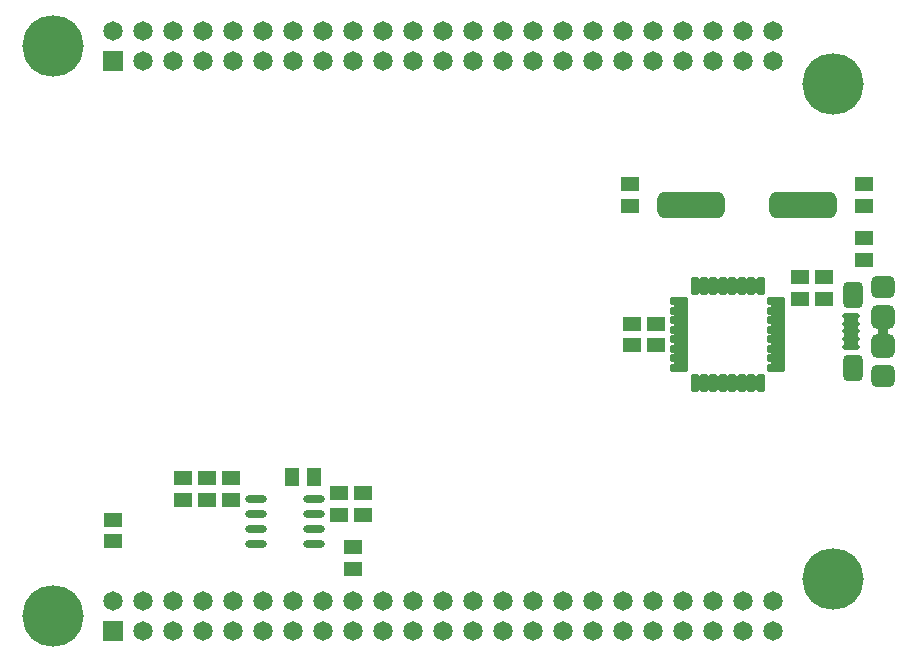
<source format=gts>
G04 Layer_Color=20142*
%FSLAX25Y25*%
%MOIN*%
G70*
G01*
G75*
%ADD33R,0.04500X0.11000*%
%ADD34R,0.23200X0.04900*%
%ADD35R,0.04900X0.23200*%
%ADD36R,0.03500X0.02000*%
%ADD37R,0.06209X0.05028*%
G04:AMPARAMS|DCode=38|XSize=20.75mil|YSize=58.15mil|CornerRadius=6.44mil|HoleSize=0mil|Usage=FLASHONLY|Rotation=90.000|XOffset=0mil|YOffset=0mil|HoleType=Round|Shape=RoundedRectangle|*
%AMROUNDEDRECTD38*
21,1,0.02075,0.04528,0,0,90.0*
21,1,0.00787,0.05815,0,0,90.0*
1,1,0.01287,0.02264,0.00394*
1,1,0.01287,0.02264,-0.00394*
1,1,0.01287,-0.02264,-0.00394*
1,1,0.01287,-0.02264,0.00394*
%
%ADD38ROUNDEDRECTD38*%
G04:AMPARAMS|DCode=39|XSize=79.8mil|YSize=79.8mil|CornerRadius=21.2mil|HoleSize=0mil|Usage=FLASHONLY|Rotation=270.000|XOffset=0mil|YOffset=0mil|HoleType=Round|Shape=RoundedRectangle|*
%AMROUNDEDRECTD39*
21,1,0.07980,0.03740,0,0,270.0*
21,1,0.03740,0.07980,0,0,270.0*
1,1,0.04240,-0.01870,-0.01870*
1,1,0.04240,-0.01870,0.01870*
1,1,0.04240,0.01870,0.01870*
1,1,0.04240,0.01870,-0.01870*
%
%ADD39ROUNDEDRECTD39*%
G04:AMPARAMS|DCode=40|XSize=75.87mil|YSize=79.8mil|CornerRadius=20.22mil|HoleSize=0mil|Usage=FLASHONLY|Rotation=270.000|XOffset=0mil|YOffset=0mil|HoleType=Round|Shape=RoundedRectangle|*
%AMROUNDEDRECTD40*
21,1,0.07587,0.03937,0,0,270.0*
21,1,0.03543,0.07980,0,0,270.0*
1,1,0.04043,-0.01969,-0.01772*
1,1,0.04043,-0.01969,0.01772*
1,1,0.04043,0.01969,0.01772*
1,1,0.04043,0.01969,-0.01772*
%
%ADD40ROUNDEDRECTD40*%
G04:AMPARAMS|DCode=41|XSize=87.68mil|YSize=67.99mil|CornerRadius=18.25mil|HoleSize=0mil|Usage=FLASHONLY|Rotation=90.000|XOffset=0mil|YOffset=0mil|HoleType=Round|Shape=RoundedRectangle|*
%AMROUNDEDRECTD41*
21,1,0.08768,0.03150,0,0,90.0*
21,1,0.05118,0.06799,0,0,90.0*
1,1,0.03650,0.01575,0.02559*
1,1,0.03650,0.01575,-0.02559*
1,1,0.03650,-0.01575,-0.02559*
1,1,0.03650,-0.01575,0.02559*
%
%ADD41ROUNDEDRECTD41*%
%ADD42O,0.07193X0.02862*%
%ADD43R,0.05028X0.06209*%
G04:AMPARAMS|DCode=44|XSize=62.09mil|YSize=24.69mil|CornerRadius=7.42mil|HoleSize=0mil|Usage=FLASHONLY|Rotation=0.000|XOffset=0mil|YOffset=0mil|HoleType=Round|Shape=RoundedRectangle|*
%AMROUNDEDRECTD44*
21,1,0.06209,0.00984,0,0,0.0*
21,1,0.04724,0.02469,0,0,0.0*
1,1,0.01484,0.02362,-0.00492*
1,1,0.01484,-0.02362,-0.00492*
1,1,0.01484,-0.02362,0.00492*
1,1,0.01484,0.02362,0.00492*
%
%ADD44ROUNDEDRECTD44*%
G04:AMPARAMS|DCode=45|XSize=62.09mil|YSize=24.69mil|CornerRadius=7.42mil|HoleSize=0mil|Usage=FLASHONLY|Rotation=90.000|XOffset=0mil|YOffset=0mil|HoleType=Round|Shape=RoundedRectangle|*
%AMROUNDEDRECTD45*
21,1,0.06209,0.00984,0,0,90.0*
21,1,0.04724,0.02469,0,0,90.0*
1,1,0.01484,0.00492,0.02362*
1,1,0.01484,0.00492,-0.02362*
1,1,0.01484,-0.00492,-0.02362*
1,1,0.01484,-0.00492,0.02362*
%
%ADD45ROUNDEDRECTD45*%
G04:AMPARAMS|DCode=46|XSize=225.47mil|YSize=87.68mil|CornerRadius=23.17mil|HoleSize=0mil|Usage=FLASHONLY|Rotation=0.000|XOffset=0mil|YOffset=0mil|HoleType=Round|Shape=RoundedRectangle|*
%AMROUNDEDRECTD46*
21,1,0.22547,0.04134,0,0,0.0*
21,1,0.17913,0.08768,0,0,0.0*
1,1,0.04634,0.08957,-0.02067*
1,1,0.04634,-0.08957,-0.02067*
1,1,0.04634,-0.08957,0.02067*
1,1,0.04634,0.08957,0.02067*
%
%ADD46ROUNDEDRECTD46*%
%ADD47R,0.06500X0.06500*%
%ADD48C,0.06500*%
%ADD49C,0.20500*%
D33*
X473750Y423000D02*
D03*
D34*
X433000Y405850D02*
D03*
X433000Y438150D02*
D03*
D35*
X416866Y422000D02*
D03*
X449150Y422000D02*
D03*
D36*
X484250Y423000D02*
D03*
D37*
X478000Y446957D02*
D03*
Y454043D02*
D03*
X464500Y433957D02*
D03*
Y441043D02*
D03*
X456500Y433957D02*
D03*
Y441043D02*
D03*
X478000Y472043D02*
D03*
Y464957D02*
D03*
X400000Y464957D02*
D03*
Y472043D02*
D03*
X408500Y425543D02*
D03*
Y418457D02*
D03*
X400500Y425543D02*
D03*
Y418457D02*
D03*
X303000Y361957D02*
D03*
Y369043D02*
D03*
X311000Y361957D02*
D03*
Y369043D02*
D03*
X307500Y351043D02*
D03*
Y343957D02*
D03*
X259000Y366957D02*
D03*
Y374043D02*
D03*
X251000Y366957D02*
D03*
Y374043D02*
D03*
X267000Y366957D02*
D03*
Y374043D02*
D03*
X227500Y360087D02*
D03*
Y353000D02*
D03*
D38*
X473734Y428118D02*
D03*
Y417882D02*
D03*
Y420441D02*
D03*
Y425559D02*
D03*
Y423000D02*
D03*
D39*
X484266Y427724D02*
D03*
Y418276D02*
D03*
D40*
Y437961D02*
D03*
Y408039D02*
D03*
D41*
X474226Y435205D02*
D03*
Y410795D02*
D03*
D42*
X275354Y367000D02*
D03*
Y362000D02*
D03*
Y357000D02*
D03*
Y352000D02*
D03*
X294645Y367000D02*
D03*
Y362000D02*
D03*
Y357000D02*
D03*
Y352000D02*
D03*
D43*
X294543Y374500D02*
D03*
X287457D02*
D03*
D44*
X416358Y433024D02*
D03*
Y429874D02*
D03*
Y426724D02*
D03*
Y423575D02*
D03*
Y420425D02*
D03*
Y417276D02*
D03*
Y414126D02*
D03*
Y410976D02*
D03*
X448642D02*
D03*
Y414126D02*
D03*
Y417276D02*
D03*
Y420425D02*
D03*
Y423575D02*
D03*
Y426724D02*
D03*
Y429874D02*
D03*
Y433024D02*
D03*
D45*
X421476Y405858D02*
D03*
X424626D02*
D03*
X427776D02*
D03*
X430925D02*
D03*
X434075D02*
D03*
X437224D02*
D03*
X440374D02*
D03*
X443524D02*
D03*
Y438142D02*
D03*
X440374D02*
D03*
X437224D02*
D03*
X434075D02*
D03*
X430925D02*
D03*
X427776D02*
D03*
X424626D02*
D03*
X421476D02*
D03*
D46*
X420299Y465000D02*
D03*
X457701D02*
D03*
D47*
X227500Y323000D02*
D03*
Y513000D02*
D03*
D48*
X237500Y323000D02*
D03*
X247500D02*
D03*
X257500D02*
D03*
X267500D02*
D03*
X277500D02*
D03*
X287500D02*
D03*
X297500D02*
D03*
X307500D02*
D03*
X317500D02*
D03*
X327500D02*
D03*
X337500D02*
D03*
X347500D02*
D03*
X357500D02*
D03*
X367500D02*
D03*
X377500D02*
D03*
X387500D02*
D03*
X397500D02*
D03*
X407500D02*
D03*
X417500D02*
D03*
X427500D02*
D03*
X437500D02*
D03*
X447500D02*
D03*
X227500Y333000D02*
D03*
X237500D02*
D03*
X247500D02*
D03*
X257500D02*
D03*
X267500D02*
D03*
X277500D02*
D03*
X287500D02*
D03*
X297500D02*
D03*
X307500D02*
D03*
X317500D02*
D03*
X327500D02*
D03*
X337500D02*
D03*
X347500D02*
D03*
X357500D02*
D03*
X367500D02*
D03*
X377500D02*
D03*
X387500D02*
D03*
X397500D02*
D03*
X407500D02*
D03*
X417500D02*
D03*
X427500D02*
D03*
X437500D02*
D03*
X447500D02*
D03*
X237500Y513000D02*
D03*
X247500D02*
D03*
X257500D02*
D03*
X267500D02*
D03*
X277500D02*
D03*
X287500D02*
D03*
X297500D02*
D03*
X307500D02*
D03*
X317500D02*
D03*
X327500D02*
D03*
X337500D02*
D03*
X347500D02*
D03*
X357500D02*
D03*
X367500D02*
D03*
X377500D02*
D03*
X387500D02*
D03*
X397500D02*
D03*
X407500D02*
D03*
X417500D02*
D03*
X427500D02*
D03*
X437500D02*
D03*
X447500D02*
D03*
X227500Y523000D02*
D03*
X237500D02*
D03*
X247500D02*
D03*
X257500D02*
D03*
X267500D02*
D03*
X277500D02*
D03*
X287500D02*
D03*
X297500D02*
D03*
X307500D02*
D03*
X317500D02*
D03*
X327500D02*
D03*
X337500D02*
D03*
X347500D02*
D03*
X357500D02*
D03*
X367500D02*
D03*
X377500D02*
D03*
X387500D02*
D03*
X397500D02*
D03*
X407500D02*
D03*
X417500D02*
D03*
X427500D02*
D03*
X437500D02*
D03*
X447500D02*
D03*
D49*
X467500Y505500D02*
D03*
Y340500D02*
D03*
X207500Y518000D02*
D03*
Y328000D02*
D03*
M02*

</source>
